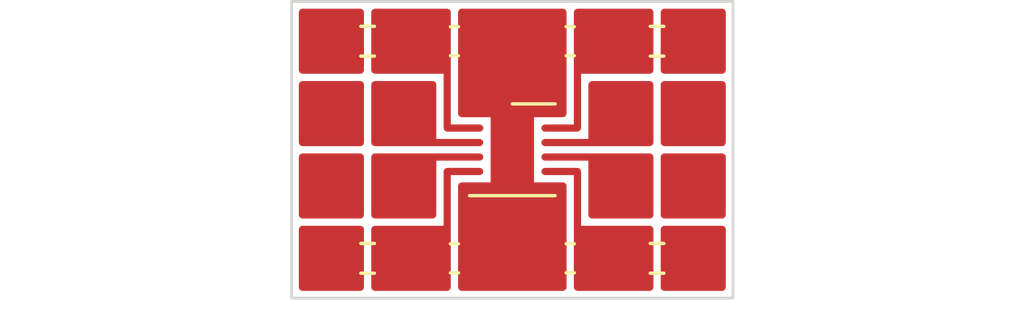
<source format=kicad_pcb>
(kicad_pcb (version 20211014) (generator pcbnew)
  (layers (0 "F.Cu" signal) (31 "B.Cu" signal) (34 "B.Paste" user) (35 "F.Paste" user) (36 "B.SilkS" user "B.Silkscreen") (37 "F.SilkS" user "F.Silkscreen") (38 "B.Mask" user) (39 "F.Mask" user) (44 "Edge.Cuts" user))
  (net 0 "")
  (footprint "Resistor_SMD:R_0603_1608Metric" (layer "F.Cu") (at 157.48 97.79)
    (fp_text reference "REF**" hide)
    (fp_text value "R_0603_1608Metric")
    (fp_line (start -0.237258 0.5225) (end 0.237258 0.5225) (layer "F.SilkS") (width 0.12))
    (fp_line (start -0.237258 -0.5225) (end 0.237258 -0.5225) (layer "F.SilkS") (width 0.12))
  )
  (footprint "Resistor_SMD:R_0603_1608Metric" (layer "F.Cu") (at 157.48 105.41)
    (fp_text reference "REF**" hide)
    (fp_text value "R_0603_1608Metric")
    (fp_line (start -0.237258 -0.5225) (end 0.237258 -0.5225) (layer "F.SilkS") (width 0.12))
    (fp_line (start -0.237258 0.5225) (end 0.237258 0.5225) (layer "F.SilkS") (width 0.12))
  )
  (footprint "Capacitor_SMD:C_0603_1608Metric" (layer "F.Cu") (at 154.432 105.41)
    (fp_text reference "REF**" hide)
    (fp_text value "C_0603_1608Metric")
    (fp_line (start -0.14058 0.51) (end 0.14058 0.51) (layer "F.SilkS") (width 0.12))
    (fp_line (start -0.14058 -0.51) (end 0.14058 -0.51) (layer "F.SilkS") (width 0.12))
  )
  (footprint "Capacitor_SMD:C_0603_1608Metric" (layer "F.Cu") (at 150.368 97.79)
    (fp_text reference "REF**" hide)
    (fp_text value "C_0603_1608Metric")
    (fp_line (start -0.14058 0.51) (end 0.14058 0.51) (layer "F.SilkS") (width 0.12))
    (fp_line (start -0.14058 -0.51) (end 0.14058 -0.51) (layer "F.SilkS") (width 0.12))
  )
  (footprint "Package_CSP:LFCSP-8-1EP_3x3mm_P0.5mm_EP1.6x2.34mm" (layer "F.Cu") (at 152.4 101.6)
    (fp_text reference "REF**" hide)
    (fp_text value "LFCSP-8-1EP_3x3mm_P0.5mm_EP1.6x2.34mm")
    (fp_line (start 0 -1.61) (end 1.5 -1.61) (layer "F.SilkS") (width 0.12))
    (fp_line (start -1.5 1.61) (end 1.5 1.61) (layer "F.SilkS") (width 0.12))
  )
  (footprint "Resistor_SMD:R_0603_1608Metric" (layer "F.Cu") (at 147.32 97.79)
    (fp_text reference "REF**" hide)
    (fp_text value "R_0603_1608Metric")
    (fp_line (start -0.237258 0.5225) (end 0.237258 0.5225) (layer "F.SilkS") (width 0.12))
    (fp_line (start -0.237258 -0.5225) (end 0.237258 -0.5225) (layer "F.SilkS") (width 0.12))
  )
  (footprint "Resistor_SMD:R_0603_1608Metric" (layer "F.Cu") (at 147.32 105.41)
    (fp_text reference "REF**" hide)
    (fp_text value "R_0603_1608Metric")
    (fp_line (start -0.237258 0.5225) (end 0.237258 0.5225) (layer "F.SilkS") (width 0.12))
    (fp_line (start -0.237258 -0.5225) (end 0.237258 -0.5225) (layer "F.SilkS") (width 0.12))
  )
  (footprint "Capacitor_SMD:C_0603_1608Metric" (layer "F.Cu") (at 150.368 105.41)
    (fp_text reference "REF**" hide)
    (fp_text value "C_0603_1608Metric")
    (fp_line (start -0.14058 0.51) (end 0.14058 0.51) (layer "F.SilkS") (width 0.12))
    (fp_line (start -0.14058 -0.51) (end 0.14058 -0.51) (layer "F.SilkS") (width 0.12))
  )
  (footprint "Capacitor_SMD:C_0603_1608Metric" (layer "F.Cu") (at 154.432 97.79)
    (fp_text reference "REF**" hide)
    (fp_text value "C_0603_1608Metric")
    (fp_line (start -0.14058 -0.51) (end 0.14058 -0.51) (layer "F.SilkS") (width 0.12))
    (fp_line (start -0.14058 0.51) (end 0.14058 0.51) (layer "F.SilkS") (width 0.12))
  )
  (gr_rect (start 144.653 96.393) (end 160.147 106.807) (layer "Edge.Cuts") (width 0.1) (fill none))
  (zone (net 0) (net_name "") (layer "F.Cu") (connect_pads (clearance 0.127)) (min_thickness 0.254) (fill yes (thermal_gap 0.508) (thermal_bridge_width 0.508))
    (polygon (pts (xy 159.893 101.473) (xy 157.607 101.473) (xy 157.607 99.187) (xy 159.893 99.187)))
  )
  (zone (net 0) (net_name "") (layer "F.Cu") (connect_pads (clearance 0.127)) (min_thickness 0.254) (fill yes (thermal_gap 0.508) (thermal_bridge_width 0.508))
    (polygon (pts (xy 159.893 106.553) (xy 157.607 106.553) (xy 157.607 104.267) (xy 159.893 104.267)))
  )
  (zone (net 0) (net_name "") (layer "F.Cu") (connect_pads yes (clearance 0.127)) (min_thickness 0.127) (fill yes (thermal_gap 0.127) (thermal_bridge_width 0.508) (smoothing fillet) (radius 0.127) (island_removal_mode 1) (island_area_min 0))
    (polygon (pts (xy 157.353 104.013) (xy 155.067 104.013) (xy 155.067 101.981) (xy 153.416 101.981) (xy 153.416 101.727) (xy 157.353 101.727)))
  )
  (zone (net 0) (net_name "") (layer "F.Cu") (connect_pads yes (clearance 0.127)) (min_thickness 0.127) (fill yes (thermal_gap 0.127) (thermal_bridge_width 0.508) (smoothing fillet) (radius 0.127) (island_removal_mode 1) (island_area_min 0))
    (polygon (pts (xy 147.447 96.647) (xy 150.241 96.647) (xy 150.241 100.711) (xy 151.384 100.711) (xy 151.384 100.965) (xy 149.987 100.965) (xy 149.987 98.933) (xy 147.447 98.933)))
  )
  (zone (net 0) (net_name "") (layer "F.Cu") (connect_pads yes (clearance 0.127)) (min_thickness 0.127) (fill yes (thermal_gap 0.127) (thermal_bridge_width 0.508) (smoothing fillet) (radius 0.127) (island_removal_mode 1) (island_area_min 0))
    (polygon (pts (xy 157.353 106.553) (xy 154.559 106.553) (xy 154.559 102.489) (xy 153.416 102.489) (xy 153.416 102.235) (xy 154.813 102.235) (xy 154.813 104.267) (xy 157.353 104.267)))
  )
  (zone (net 0) (net_name "") (layer "F.Cu") (connect_pads (clearance 0.127)) (min_thickness 0.254) (fill yes (thermal_gap 0.508) (thermal_bridge_width 0.508))
    (polygon (pts (xy 147.193 104.013) (xy 144.907 104.013) (xy 144.907 101.727) (xy 147.193 101.727)))
  )
  (zone (net 0) (net_name "") (layer "F.Cu") (connect_pads (clearance 0.127)) (min_thickness 0.254) (fill yes (thermal_gap 0.508) (thermal_bridge_width 0.508))
    (polygon (pts (xy 147.193 106.553) (xy 144.907 106.553) (xy 144.907 104.267) (xy 147.193 104.267)))
  )
  (zone (net 0) (net_name "") (layer "F.Cu") (connect_pads yes (clearance 0.127)) (min_thickness 0.127) (fill yes (thermal_gap 0.127) (thermal_bridge_width 0.508) (smoothing fillet) (radius 0.127) (island_removal_mode 1) (island_area_min 0))
    (polygon (pts (xy 147.447 104.267) (xy 149.987 104.267) (xy 149.987 102.235) (xy 151.384 102.235) (xy 151.384 102.489) (xy 150.241 102.489) (xy 150.241 106.553) (xy 147.447 106.553)))
  )
  (zone (net 0) (net_name "") (layer "F.Cu") (connect_pads yes (clearance 0.127)) (min_thickness 0.127) (fill yes (thermal_gap 0.127) (thermal_bridge_width 0.508) (smoothing fillet) (radius 0.127) (island_removal_mode 1) (island_area_min 0))
    (polygon (pts (xy 154.305 100.457) (xy 153.162 100.457) (xy 153.162 102.743) (xy 154.305 102.743) (xy 154.305 106.553) (xy 150.495 106.553) (xy 150.495 102.743) (xy 151.638 102.743) (xy 151.638 100.457) (xy 150.495 100.457) (xy 150.495 96.647) (xy 154.305 96.647)))
  )
  (zone (net 0) (net_name "") (layer "F.Cu") (connect_pads (clearance 0.127)) (min_thickness 0.254) (fill yes (thermal_gap 0.508) (thermal_bridge_width 0.508))
    (polygon (pts (xy 147.193 98.933) (xy 144.907 98.933) (xy 144.907 96.647) (xy 147.193 96.647)))
  )
  (zone (net 0) (net_name "") (layer "F.Cu") (connect_pads (clearance 0.127)) (min_thickness 0.254) (fill yes (thermal_gap 0.508) (thermal_bridge_width 0.508))
    (polygon (pts (xy 147.193 101.473) (xy 144.907 101.473) (xy 144.907 99.187) (xy 147.193 99.187)))
  )
  (zone (net 0) (net_name "") (layer "F.Cu") (connect_pads (clearance 0.127)) (min_thickness 0.254) (fill yes (thermal_gap 0.508) (thermal_bridge_width 0.508))
    (polygon (pts (xy 159.893 104.013) (xy 157.607 104.013) (xy 157.607 101.727) (xy 159.893 101.727)))
  )
  (zone (net 0) (net_name "") (layer "F.Cu") (connect_pads yes (clearance 0.127)) (min_thickness 0.127) (fill yes (thermal_gap 0.127) (thermal_bridge_width 0.508) (smoothing fillet) (radius 0.127) (island_removal_mode 1) (island_area_min 0))
    (polygon (pts (xy 147.447 101.727) (xy 151.384 101.727) (xy 151.384 101.981) (xy 149.733 101.981) (xy 149.733 104.013) (xy 147.447 104.013)))
  )
  (zone (net 0) (net_name "") (layer "F.Cu") (connect_pads (clearance 0.127)) (min_thickness 0.254) (fill yes (thermal_gap 0.508) (thermal_bridge_width 0.508))
    (polygon (pts (xy 159.893 98.933) (xy 157.607 98.933) (xy 157.607 96.647) (xy 159.893 96.647)))
  )
  (zone (net 0) (net_name "") (layer "F.Cu") (connect_pads yes (clearance 0.127)) (min_thickness 0.127) (fill yes (thermal_gap 0.127) (thermal_bridge_width 0.508) (smoothing fillet) (radius 0.127) (island_removal_mode 1) (island_area_min 0))
    (polygon (pts (xy 157.353 98.933) (xy 154.813 98.933) (xy 154.813 100.965) (xy 153.416 100.965) (xy 153.416 100.711) (xy 154.559 100.711) (xy 154.559 96.647) (xy 157.353 96.647)))
  )
  (zone (net 0) (net_name "") (layer "F.Cu") (connect_pads yes (clearance 0.127)) (min_thickness 0.127) (fill yes (thermal_gap 0.127) (thermal_bridge_width 0.508) (smoothing fillet) (radius 0.127) (island_removal_mode 1) (island_area_min 0))
    (polygon (pts (xy 157.353 101.473) (xy 153.416 101.473) (xy 153.416 101.219) (xy 155.067 101.219) (xy 155.067 99.187) (xy 157.353 99.187)))
  )
  (zone (net 0) (net_name "") (layer "F.Cu") (connect_pads yes (clearance 0.127)) (min_thickness 0.127) (fill yes (thermal_gap 0.127) (thermal_bridge_width 0.508) (smoothing fillet) (radius 0.127) (island_removal_mode 1) (island_area_min 0))
    (polygon (pts (xy 147.447 99.187) (xy 149.733 99.187) (xy 149.733 101.219) (xy 151.384 101.219) (xy 151.384 101.473) (xy 147.447 101.473)))
  )
)
</source>
